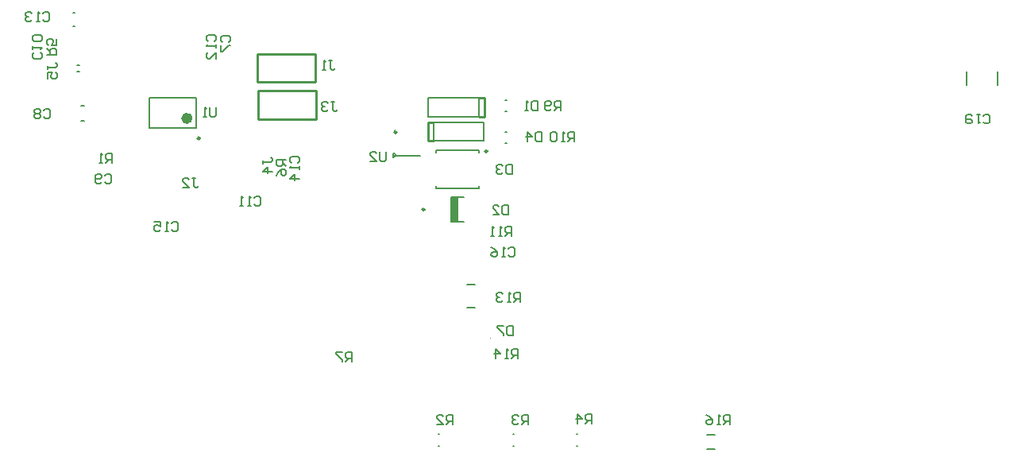
<source format=gbo>
G04 Layer_Color=32896*
%FSLAX24Y24*%
%MOIN*%
G70*
G01*
G75*
%ADD94C,0.0100*%
%ADD95C,0.0079*%
%ADD97C,0.0080*%
%ADD140C,0.0236*%
%ADD141C,0.0098*%
%ADD142C,0.0039*%
%ADD143R,0.0306X0.1024*%
D94*
X60045Y46157D02*
G03*
X60045Y46157I-50J0D01*
G01*
X54194Y48265D02*
X56644D01*
Y49446D01*
X54194D02*
X56644D01*
X54194Y48265D02*
Y49446D01*
X54230Y46702D02*
X56680D01*
Y47883D01*
X54230D02*
X56680D01*
X54230Y46702D02*
Y47883D01*
X63484Y46801D02*
X63714D01*
X63721Y46807D01*
Y47595D01*
X63714Y47588D02*
X63721Y47595D01*
X63484Y47588D02*
X63714D01*
X61358Y46578D02*
X61589D01*
X61352Y46571D02*
X61358Y46578D01*
X61352Y45784D02*
Y46571D01*
Y45784D02*
X61358Y45790D01*
X61589D01*
D95*
X59908Y45082D02*
G03*
X59908Y45269I0J93D01*
G01*
X46802Y46626D02*
X46920D01*
X46802Y47275D02*
X46920D01*
X46648Y48707D02*
X46727D01*
X46648Y48963D02*
X46727D01*
X46462Y51152D02*
X46541D01*
X46462Y50582D02*
X46541D01*
X49668Y46343D02*
Y47603D01*
X51637Y46343D02*
Y47603D01*
X49668D02*
X51637D01*
X49668Y46343D02*
X51637D01*
X62332Y42396D02*
X62858D01*
X62332Y42396D02*
X62332Y42396D01*
X62332Y43420D02*
X62858D01*
X62332Y42396D02*
Y43420D01*
X61702Y43810D02*
Y43900D01*
X63513Y43810D02*
Y43900D01*
X61702Y45294D02*
Y45384D01*
X63513Y45294D02*
Y45384D01*
X61702Y43810D02*
X63513D01*
X61702Y45384D02*
X63513D01*
X59908Y45171D02*
X61030D01*
Y45179D01*
X59908D02*
X61030D01*
X59908Y45082D02*
Y45179D01*
Y45171D02*
Y45269D01*
X64615Y47486D02*
X64654D01*
X64615Y47014D02*
X64654D01*
X73051Y32864D02*
X73406D01*
X73051Y33474D02*
X73406D01*
X63003Y38793D02*
X63318D01*
X63003Y39758D02*
X63318D01*
X64615Y46157D02*
X64654D01*
X64615Y45684D02*
X64654D01*
X67598Y33484D02*
X67638D01*
X67598Y33012D02*
X67638D01*
X64941Y33484D02*
X64980D01*
X64941Y33012D02*
X64980D01*
X61791Y33484D02*
X61831D01*
X61791Y33012D02*
X61831D01*
X83975Y48118D02*
Y48709D01*
X85274Y48118D02*
Y48709D01*
X61358Y47195D02*
Y47588D01*
X63484D01*
Y46801D02*
Y47588D01*
X61358Y46801D02*
X63484D01*
X61358D02*
Y47195D01*
X63715Y45790D02*
Y46184D01*
X61589Y45790D02*
X63715D01*
X61589D02*
Y46578D01*
X63715D01*
Y46184D02*
Y46578D01*
D97*
X64940Y38031D02*
Y37631D01*
X64740D01*
X64673Y37698D01*
Y37964D01*
X64740Y38031D01*
X64940D01*
X64540D02*
X64273D01*
Y37964D01*
X64540Y37698D01*
Y37631D01*
X59600Y45344D02*
Y45010D01*
X59534Y44944D01*
X59400D01*
X59334Y45010D01*
Y45344D01*
X58934Y44944D02*
X59200D01*
X58934Y45210D01*
Y45277D01*
X59000Y45344D01*
X59134D01*
X59200Y45277D01*
X52473Y47210D02*
Y46877D01*
X52407Y46810D01*
X52273D01*
X52207Y46877D01*
Y47210D01*
X52073Y46810D02*
X51940D01*
X52007D01*
Y47210D01*
X52073Y47143D01*
X74045Y33910D02*
Y34310D01*
X73845D01*
X73778Y34244D01*
Y34110D01*
X73845Y34044D01*
X74045D01*
X73912D02*
X73778Y33910D01*
X73645D02*
X73512D01*
X73579D01*
Y34310D01*
X73645Y34244D01*
X73045Y34310D02*
X73179Y34244D01*
X73312Y34110D01*
Y33977D01*
X73245Y33910D01*
X73112D01*
X73045Y33977D01*
Y34044D01*
X73112Y34110D01*
X73312D01*
X65146Y36665D02*
Y37065D01*
X64946D01*
X64879Y36998D01*
Y36865D01*
X64946Y36798D01*
X65146D01*
X65013D02*
X64879Y36665D01*
X64746D02*
X64613D01*
X64679D01*
Y37065D01*
X64746Y36998D01*
X64213Y36665D02*
Y37065D01*
X64413Y36865D01*
X64146D01*
X65219Y39046D02*
Y39446D01*
X65019D01*
X64952Y39380D01*
Y39246D01*
X65019Y39180D01*
X65219D01*
X65086D02*
X64952Y39046D01*
X64819D02*
X64686D01*
X64752D01*
Y39446D01*
X64819Y39380D01*
X64486D02*
X64419Y39446D01*
X64286D01*
X64219Y39380D01*
Y39313D01*
X64286Y39246D01*
X64353D01*
X64286D01*
X64219Y39180D01*
Y39113D01*
X64286Y39046D01*
X64419D01*
X64486Y39113D01*
X64865Y41804D02*
Y42204D01*
X64665D01*
X64599Y42137D01*
Y42004D01*
X64665Y41937D01*
X64865D01*
X64732D02*
X64599Y41804D01*
X64466D02*
X64332D01*
X64399D01*
Y42204D01*
X64466Y42137D01*
X64132Y41804D02*
X63999D01*
X64066D01*
Y42204D01*
X64132Y42137D01*
X67509Y45751D02*
Y46151D01*
X67309D01*
X67243Y46084D01*
Y45951D01*
X67309Y45884D01*
X67509D01*
X67376D02*
X67243Y45751D01*
X67110D02*
X66976D01*
X67043D01*
Y46151D01*
X67110Y46084D01*
X66776D02*
X66710Y46151D01*
X66576D01*
X66510Y46084D01*
Y45818D01*
X66576Y45751D01*
X66710D01*
X66776Y45818D01*
Y46084D01*
X66920Y47063D02*
Y47463D01*
X66721D01*
X66654Y47397D01*
Y47263D01*
X66721Y47197D01*
X66920D01*
X66787D02*
X66654Y47063D01*
X66521Y47130D02*
X66454Y47063D01*
X66321D01*
X66254Y47130D01*
Y47397D01*
X66321Y47463D01*
X66454D01*
X66521Y47397D01*
Y47330D01*
X66454Y47263D01*
X66254D01*
X58177Y36519D02*
Y36919D01*
X57977D01*
X57911Y36853D01*
Y36719D01*
X57977Y36653D01*
X58177D01*
X58044D02*
X57911Y36519D01*
X57777Y36919D02*
X57511D01*
Y36853D01*
X57777Y36586D01*
Y36519D01*
X55392Y45006D02*
X54992D01*
Y44806D01*
X55059Y44740D01*
X55192D01*
X55259Y44806D01*
Y45006D01*
Y44873D02*
X55392Y44740D01*
X54992Y44340D02*
X55059Y44473D01*
X55192Y44606D01*
X55326D01*
X55392Y44540D01*
Y44406D01*
X55326Y44340D01*
X55259D01*
X55192Y44406D01*
Y44606D01*
X45358Y49407D02*
X45758D01*
Y49607D01*
X45691Y49673D01*
X45558D01*
X45491Y49607D01*
Y49407D01*
Y49540D02*
X45358Y49673D01*
X45758Y50073D02*
Y49807D01*
X45558D01*
X45624Y49940D01*
Y50007D01*
X45558Y50073D01*
X45424D01*
X45358Y50007D01*
Y49873D01*
X45424Y49807D01*
X68220Y33917D02*
Y34316D01*
X68020D01*
X67953Y34250D01*
Y34117D01*
X68020Y34050D01*
X68220D01*
X68087D02*
X67953Y33917D01*
X67620D02*
Y34316D01*
X67820Y34117D01*
X67554D01*
X65562Y33910D02*
Y34310D01*
X65362D01*
X65295Y34243D01*
Y34110D01*
X65362Y34043D01*
X65562D01*
X65428D02*
X65295Y33910D01*
X65162Y34243D02*
X65095Y34310D01*
X64962D01*
X64895Y34243D01*
Y34176D01*
X64962Y34110D01*
X65028D01*
X64962D01*
X64895Y34043D01*
Y33976D01*
X64962Y33910D01*
X65095D01*
X65162Y33976D01*
X62414Y33908D02*
Y34308D01*
X62214D01*
X62148Y34241D01*
Y34108D01*
X62214Y34041D01*
X62414D01*
X62281D02*
X62148Y33908D01*
X61748D02*
X62014D01*
X61748Y34174D01*
Y34241D01*
X61815Y34308D01*
X61948D01*
X62014Y34241D01*
X48099Y44875D02*
Y45275D01*
X47899D01*
X47832Y45209D01*
Y45075D01*
X47899Y45009D01*
X48099D01*
X47965D02*
X47832Y44875D01*
X47699D02*
X47566D01*
X47632D01*
Y45275D01*
X47699Y45209D01*
X45408Y48785D02*
Y48919D01*
Y48852D01*
X45742D01*
X45808Y48919D01*
Y48985D01*
X45742Y49052D01*
X45408Y48386D02*
Y48652D01*
X45608D01*
X45542Y48519D01*
Y48452D01*
X45608Y48386D01*
X45742D01*
X45808Y48452D01*
Y48585D01*
X45742Y48652D01*
X54438Y44820D02*
Y44953D01*
Y44886D01*
X54771D01*
X54837Y44953D01*
Y45020D01*
X54771Y45086D01*
X54837Y44486D02*
X54438D01*
X54637Y44686D01*
Y44420D01*
X57301Y47417D02*
X57434D01*
X57367D01*
Y47084D01*
X57434Y47017D01*
X57501D01*
X57567Y47084D01*
X57167Y47351D02*
X57101Y47417D01*
X56968D01*
X56901Y47351D01*
Y47284D01*
X56968Y47217D01*
X57034D01*
X56968D01*
X56901Y47151D01*
Y47084D01*
X56968Y47017D01*
X57101D01*
X57167Y47084D01*
X51471Y44227D02*
X51604D01*
X51538D01*
Y43894D01*
X51604Y43828D01*
X51671D01*
X51738Y43894D01*
X51071Y43828D02*
X51338D01*
X51071Y44094D01*
Y44161D01*
X51138Y44227D01*
X51271D01*
X51338Y44161D01*
X57189Y49168D02*
X57322D01*
X57256D01*
Y48835D01*
X57322Y48768D01*
X57389D01*
X57456Y48835D01*
X57056Y48768D02*
X56923D01*
X56989D01*
Y49168D01*
X57056Y49102D01*
X66136Y46169D02*
Y45769D01*
X65936D01*
X65869Y45836D01*
Y46103D01*
X65936Y46169D01*
X66136D01*
X65536Y45769D02*
Y46169D01*
X65736Y45969D01*
X65469D01*
X64900Y44810D02*
Y44410D01*
X64700D01*
X64633Y44477D01*
Y44743D01*
X64700Y44810D01*
X64900D01*
X64500Y44743D02*
X64433Y44810D01*
X64300D01*
X64234Y44743D01*
Y44677D01*
X64300Y44610D01*
X64367D01*
X64300D01*
X64234Y44543D01*
Y44477D01*
X64300Y44410D01*
X64433D01*
X64500Y44477D01*
X64750Y43110D02*
Y42710D01*
X64550D01*
X64483Y42777D01*
Y43043D01*
X64550Y43110D01*
X64750D01*
X64084Y42710D02*
X64350D01*
X64084Y42977D01*
Y43043D01*
X64150Y43110D01*
X64283D01*
X64350Y43043D01*
X65963Y47479D02*
Y47080D01*
X65763D01*
X65697Y47146D01*
Y47413D01*
X65763Y47479D01*
X65963D01*
X65563Y47080D02*
X65430D01*
X65497D01*
Y47479D01*
X65563Y47413D01*
X64750Y41274D02*
X64817Y41340D01*
X64950D01*
X65017Y41274D01*
Y41007D01*
X64950Y40940D01*
X64817D01*
X64750Y41007D01*
X64617Y40940D02*
X64483D01*
X64550D01*
Y41340D01*
X64617Y41274D01*
X64017Y41340D02*
X64150Y41274D01*
X64283Y41140D01*
Y41007D01*
X64217Y40940D01*
X64084D01*
X64017Y41007D01*
Y41074D01*
X64084Y41140D01*
X64283D01*
X50593Y42323D02*
X50659Y42390D01*
X50793D01*
X50859Y42323D01*
Y42057D01*
X50793Y41990D01*
X50659D01*
X50593Y42057D01*
X50460Y41990D02*
X50326D01*
X50393D01*
Y42390D01*
X50460Y42323D01*
X49860Y42390D02*
X50126D01*
Y42190D01*
X49993Y42257D01*
X49926D01*
X49860Y42190D01*
Y42057D01*
X49926Y41990D01*
X50060D01*
X50126Y42057D01*
X55648Y44864D02*
X55581Y44931D01*
Y45064D01*
X55648Y45131D01*
X55914D01*
X55981Y45064D01*
Y44931D01*
X55914Y44864D01*
X55981Y44731D02*
Y44598D01*
Y44665D01*
X55581D01*
X55648Y44731D01*
X55981Y44198D02*
X55581D01*
X55781Y44398D01*
Y44131D01*
X45196Y51136D02*
X45263Y51202D01*
X45396D01*
X45463Y51136D01*
Y50869D01*
X45396Y50802D01*
X45263D01*
X45196Y50869D01*
X45063Y50802D02*
X44930D01*
X44996D01*
Y51202D01*
X45063Y51136D01*
X44730D02*
X44663Y51202D01*
X44530D01*
X44463Y51136D01*
Y51069D01*
X44530Y51002D01*
X44597D01*
X44530D01*
X44463Y50936D01*
Y50869D01*
X44530Y50802D01*
X44663D01*
X44730Y50869D01*
X52132Y49968D02*
X52066Y50035D01*
Y50168D01*
X52132Y50235D01*
X52399D01*
X52466Y50168D01*
Y50035D01*
X52399Y49968D01*
X52466Y49835D02*
Y49702D01*
Y49768D01*
X52066D01*
X52132Y49835D01*
X52466Y49235D02*
Y49502D01*
X52199Y49235D01*
X52132D01*
X52066Y49302D01*
Y49435D01*
X52132Y49502D01*
X54061Y43386D02*
X54128Y43453D01*
X54261D01*
X54328Y43386D01*
Y43119D01*
X54261Y43053D01*
X54128D01*
X54061Y43119D01*
X53928Y43053D02*
X53794D01*
X53861D01*
Y43453D01*
X53928Y43386D01*
X53594Y43053D02*
X53461D01*
X53528D01*
Y43453D01*
X53594Y43386D01*
X45088Y49499D02*
X45154Y49432D01*
Y49299D01*
X45088Y49232D01*
X44821D01*
X44754Y49299D01*
Y49432D01*
X44821Y49499D01*
X44754Y49632D02*
Y49766D01*
Y49699D01*
X45154D01*
X45088Y49632D01*
Y49966D02*
X45154Y50032D01*
Y50165D01*
X45088Y50232D01*
X44821D01*
X44754Y50165D01*
Y50032D01*
X44821Y49966D01*
X45088D01*
X47792Y44319D02*
X47859Y44385D01*
X47992D01*
X48059Y44319D01*
Y44052D01*
X47992Y43985D01*
X47859D01*
X47792Y44052D01*
X47659D02*
X47592Y43985D01*
X47459D01*
X47392Y44052D01*
Y44319D01*
X47459Y44385D01*
X47592D01*
X47659Y44319D01*
Y44252D01*
X47592Y44185D01*
X47392D01*
X45246Y47077D02*
X45313Y47143D01*
X45446D01*
X45512Y47077D01*
Y46810D01*
X45446Y46743D01*
X45313D01*
X45246Y46810D01*
X45113Y47077D02*
X45046Y47143D01*
X44913D01*
X44846Y47077D01*
Y47010D01*
X44913Y46943D01*
X44846Y46877D01*
Y46810D01*
X44913Y46743D01*
X45046D01*
X45113Y46810D01*
Y46877D01*
X45046Y46943D01*
X45113Y47010D01*
Y47077D01*
X45046Y46943D02*
X44913D01*
X52739Y49933D02*
X52672Y49999D01*
Y50132D01*
X52739Y50199D01*
X53006D01*
X53072Y50132D01*
Y49999D01*
X53006Y49933D01*
X52672Y49799D02*
Y49533D01*
X52739D01*
X53006Y49799D01*
X53072D01*
X84678Y46580D02*
X84744Y46514D01*
X84878D01*
X84944Y46580D01*
Y46847D01*
X84878Y46913D01*
X84744D01*
X84678Y46847D01*
X84545Y46913D02*
X84411D01*
X84478D01*
Y46514D01*
X84545Y46580D01*
X84211Y46847D02*
X84145Y46913D01*
X84011D01*
X83945Y46847D01*
Y46580D01*
X84011Y46514D01*
X84145D01*
X84211Y46580D01*
Y46647D01*
X84145Y46713D01*
X83945D01*
D140*
X51361Y46737D02*
G03*
X51361Y46737I-118J0D01*
G01*
D141*
X51786Y45900D02*
G03*
X51786Y45900I-49J0D01*
G01*
X61220Y42908D02*
G03*
X61220Y42908I-49J0D01*
G01*
X63853Y45353D02*
G03*
X63853Y45353I-49J0D01*
G01*
D142*
X63990Y37524D02*
G03*
X63990Y37524I-20J0D01*
G01*
D143*
X62494Y42908D02*
D03*
M02*

</source>
